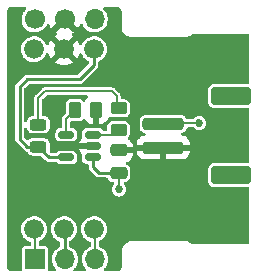
<source format=gbl>
G04 #@! TF.GenerationSoftware,KiCad,Pcbnew,(6.0.0-0)*
G04 #@! TF.CreationDate,2023-05-21T13:36:32-07:00*
G04 #@! TF.ProjectId,ItsyBitsy breadboard,49747379-4269-4747-9379-206272656164,0.0.0*
G04 #@! TF.SameCoordinates,Original*
G04 #@! TF.FileFunction,Copper,L2,Bot*
G04 #@! TF.FilePolarity,Positive*
%FSLAX46Y46*%
G04 Gerber Fmt 4.6, Leading zero omitted, Abs format (unit mm)*
G04 Created by KiCad (PCBNEW (6.0.0-0)) date 2023-05-21 13:36:32*
%MOMM*%
%LPD*%
G01*
G04 APERTURE LIST*
G04 Aperture macros list*
%AMRoundRect*
0 Rectangle with rounded corners*
0 $1 Rounding radius*
0 $2 $3 $4 $5 $6 $7 $8 $9 X,Y pos of 4 corners*
0 Add a 4 corners polygon primitive as box body*
4,1,4,$2,$3,$4,$5,$6,$7,$8,$9,$2,$3,0*
0 Add four circle primitives for the rounded corners*
1,1,$1+$1,$2,$3*
1,1,$1+$1,$4,$5*
1,1,$1+$1,$6,$7*
1,1,$1+$1,$8,$9*
0 Add four rect primitives between the rounded corners*
20,1,$1+$1,$2,$3,$4,$5,0*
20,1,$1+$1,$4,$5,$6,$7,0*
20,1,$1+$1,$6,$7,$8,$9,0*
20,1,$1+$1,$8,$9,$2,$3,0*%
G04 Aperture macros list end*
G04 #@! TA.AperFunction,ComponentPad*
%ADD10R,1.700000X1.700000*%
G04 #@! TD*
G04 #@! TA.AperFunction,ComponentPad*
%ADD11O,1.700000X1.700000*%
G04 #@! TD*
G04 #@! TA.AperFunction,ComponentPad*
%ADD12C,1.700000*%
G04 #@! TD*
G04 #@! TA.AperFunction,ComponentPad*
%ADD13C,1.676400*%
G04 #@! TD*
G04 #@! TA.AperFunction,SMDPad,CuDef*
%ADD14RoundRect,0.250000X-1.500000X0.250000X-1.500000X-0.250000X1.500000X-0.250000X1.500000X0.250000X0*%
G04 #@! TD*
G04 #@! TA.AperFunction,SMDPad,CuDef*
%ADD15RoundRect,0.250001X-1.449999X0.499999X-1.449999X-0.499999X1.449999X-0.499999X1.449999X0.499999X0*%
G04 #@! TD*
G04 #@! TA.AperFunction,SMDPad,CuDef*
%ADD16RoundRect,0.250000X0.475000X-0.250000X0.475000X0.250000X-0.475000X0.250000X-0.475000X-0.250000X0*%
G04 #@! TD*
G04 #@! TA.AperFunction,SMDPad,CuDef*
%ADD17RoundRect,0.243750X-0.456250X0.243750X-0.456250X-0.243750X0.456250X-0.243750X0.456250X0.243750X0*%
G04 #@! TD*
G04 #@! TA.AperFunction,SMDPad,CuDef*
%ADD18RoundRect,0.250000X-0.450000X0.262500X-0.450000X-0.262500X0.450000X-0.262500X0.450000X0.262500X0*%
G04 #@! TD*
G04 #@! TA.AperFunction,SMDPad,CuDef*
%ADD19RoundRect,0.250000X-0.262500X-0.450000X0.262500X-0.450000X0.262500X0.450000X-0.262500X0.450000X0*%
G04 #@! TD*
G04 #@! TA.AperFunction,SMDPad,CuDef*
%ADD20RoundRect,0.150000X0.512500X0.150000X-0.512500X0.150000X-0.512500X-0.150000X0.512500X-0.150000X0*%
G04 #@! TD*
G04 #@! TA.AperFunction,ViaPad*
%ADD21C,0.685800*%
G04 #@! TD*
G04 #@! TA.AperFunction,Conductor*
%ADD22C,0.152400*%
G04 #@! TD*
G04 #@! TA.AperFunction,Conductor*
%ADD23C,0.254000*%
G04 #@! TD*
G04 APERTURE END LIST*
D10*
X111775000Y-118110000D03*
D11*
X114315000Y-118110000D03*
X116855000Y-118110000D03*
D12*
X111755000Y-97790000D03*
X114295000Y-97790000D03*
D11*
X116835000Y-97790000D03*
D13*
X111696500Y-115570000D03*
X114236500Y-115570000D03*
X116776500Y-115570000D03*
X116776500Y-100330000D03*
X114236500Y-100330000D03*
X111696500Y-100330000D03*
D14*
X122650000Y-106655000D03*
X122650000Y-108655000D03*
D15*
X128400000Y-104305000D03*
X128400000Y-111005000D03*
D16*
X118868000Y-110805000D03*
X118868000Y-108905000D03*
D17*
X112068000Y-106717500D03*
X112068000Y-108592500D03*
D18*
X118868000Y-105342500D03*
X118868000Y-107167500D03*
D19*
X115161500Y-105481000D03*
X116986500Y-105481000D03*
D20*
X116703500Y-107579000D03*
X116703500Y-108529000D03*
X116703500Y-109479000D03*
X114428500Y-109479000D03*
X114428500Y-107579000D03*
D21*
X128270000Y-102235000D03*
X128270000Y-113665000D03*
X125700000Y-106600000D03*
X118900000Y-112200000D03*
D22*
X122705000Y-106600000D02*
X122650000Y-106655000D01*
X118900000Y-112200000D02*
X118900000Y-110837000D01*
X118900000Y-110837000D02*
X118868000Y-110805000D01*
D23*
X118868000Y-110805000D02*
X117205000Y-110805000D01*
X117205000Y-110805000D02*
X116703500Y-110303500D01*
D22*
X125700000Y-106600000D02*
X122705000Y-106600000D01*
D23*
X116703500Y-110303500D02*
X116703500Y-109479000D01*
D22*
X112600000Y-103900000D02*
X112068000Y-104432000D01*
X118868000Y-105342500D02*
X118700000Y-105174500D01*
X112068000Y-104432000D02*
X112068000Y-106717500D01*
X118700000Y-105174500D02*
X118700000Y-104300000D01*
X118700000Y-104300000D02*
X118300000Y-103900000D01*
X118300000Y-103900000D02*
X112600000Y-103900000D01*
X118456500Y-107579000D02*
X118868000Y-107167500D01*
X116703500Y-107579000D02*
X118456500Y-107579000D01*
X114428500Y-106214000D02*
X115161500Y-105481000D01*
X114428500Y-107579000D02*
X114428500Y-106214000D01*
D23*
X111125000Y-102870000D02*
X115570000Y-102870000D01*
X110490000Y-107950000D02*
X110490000Y-103505000D01*
X110490000Y-103505000D02*
X111125000Y-102870000D01*
X115570000Y-102870000D02*
X116776500Y-101663500D01*
X116776500Y-101663500D02*
X116776500Y-100330000D01*
X112060500Y-108585000D02*
X111125000Y-108585000D01*
X114428500Y-109479000D02*
X112954500Y-109479000D01*
X112954500Y-109479000D02*
X112068000Y-108592500D01*
X111125000Y-108585000D02*
X110490000Y-107950000D01*
X112068000Y-108592500D02*
X112060500Y-108585000D01*
D22*
X111760000Y-115570000D02*
X111760000Y-118110000D01*
D23*
X114300000Y-115570000D02*
X114300000Y-118110000D01*
D22*
X116840000Y-115570000D02*
X116840000Y-116772081D01*
X116840000Y-116772081D02*
X116840000Y-118110000D01*
G04 #@! TA.AperFunction,Conductor*
G36*
X110924999Y-96755258D02*
G01*
X110993097Y-96775336D01*
X111039530Y-96829044D01*
X111049555Y-96899329D01*
X111019990Y-96963877D01*
X111007936Y-96975990D01*
X110950392Y-97026455D01*
X110946817Y-97030990D01*
X110946816Y-97030991D01*
X110917722Y-97067897D01*
X110824720Y-97185869D01*
X110822031Y-97190980D01*
X110822029Y-97190983D01*
X110809073Y-97215609D01*
X110730203Y-97365515D01*
X110670007Y-97559378D01*
X110646148Y-97760964D01*
X110659424Y-97963522D01*
X110660845Y-97969118D01*
X110660846Y-97969123D01*
X110681119Y-98048945D01*
X110709392Y-98160269D01*
X110711809Y-98165512D01*
X110749010Y-98246208D01*
X110794377Y-98344616D01*
X110797710Y-98349332D01*
X110895131Y-98487180D01*
X110911533Y-98510389D01*
X111056938Y-98652035D01*
X111225720Y-98764812D01*
X111231023Y-98767090D01*
X111231026Y-98767092D01*
X111406921Y-98842662D01*
X111412228Y-98844942D01*
X111485244Y-98861464D01*
X111604579Y-98888467D01*
X111604584Y-98888468D01*
X111610216Y-98889742D01*
X111615987Y-98889969D01*
X111615989Y-98889969D01*
X111675756Y-98892317D01*
X111813053Y-98897712D01*
X111913499Y-98883148D01*
X112008231Y-98869413D01*
X112008236Y-98869412D01*
X112013945Y-98868584D01*
X112019409Y-98866729D01*
X112019414Y-98866728D01*
X112200693Y-98805192D01*
X112200698Y-98805190D01*
X112206165Y-98803334D01*
X112383276Y-98704147D01*
X112438542Y-98658183D01*
X112534913Y-98578031D01*
X112539345Y-98574345D01*
X112596463Y-98505669D01*
X112665453Y-98422718D01*
X112665455Y-98422715D01*
X112669147Y-98418276D01*
X112768334Y-98241165D01*
X112770720Y-98234135D01*
X112771170Y-98233496D01*
X112772541Y-98230416D01*
X112773146Y-98230685D01*
X112811553Y-98176059D01*
X112877305Y-98149278D01*
X112947098Y-98162295D01*
X112998773Y-98210980D01*
X113006777Y-98227229D01*
X113076770Y-98399603D01*
X113081413Y-98408794D01*
X113161460Y-98539420D01*
X113171916Y-98548880D01*
X113180694Y-98545096D01*
X114205905Y-97519885D01*
X114268217Y-97485859D01*
X114339032Y-97490924D01*
X114384095Y-97519885D01*
X115405474Y-98541264D01*
X115417484Y-98547823D01*
X115429223Y-98538855D01*
X115460004Y-98496019D01*
X115465315Y-98487180D01*
X115559670Y-98296267D01*
X115563469Y-98286672D01*
X115580066Y-98232047D01*
X115619007Y-98172683D01*
X115683862Y-98143796D01*
X115754038Y-98154558D01*
X115807256Y-98201551D01*
X115815048Y-98215922D01*
X115874377Y-98344616D01*
X115877710Y-98349332D01*
X115975131Y-98487180D01*
X115991533Y-98510389D01*
X116136938Y-98652035D01*
X116305720Y-98764812D01*
X116311023Y-98767090D01*
X116311026Y-98767092D01*
X116486921Y-98842662D01*
X116492228Y-98844942D01*
X116565244Y-98861464D01*
X116684579Y-98888467D01*
X116684584Y-98888468D01*
X116690216Y-98889742D01*
X116695987Y-98889969D01*
X116695989Y-98889969D01*
X116755756Y-98892317D01*
X116893053Y-98897712D01*
X116993499Y-98883148D01*
X117088231Y-98869413D01*
X117088236Y-98869412D01*
X117093945Y-98868584D01*
X117099409Y-98866729D01*
X117099414Y-98866728D01*
X117280693Y-98805192D01*
X117280698Y-98805190D01*
X117286165Y-98803334D01*
X117463276Y-98704147D01*
X117518542Y-98658183D01*
X117614913Y-98578031D01*
X117619345Y-98574345D01*
X117676463Y-98505669D01*
X117745453Y-98422718D01*
X117745455Y-98422715D01*
X117749147Y-98418276D01*
X117848334Y-98241165D01*
X117850190Y-98235698D01*
X117850192Y-98235693D01*
X117911728Y-98054414D01*
X117911729Y-98054409D01*
X117913584Y-98048945D01*
X117914412Y-98043236D01*
X117914413Y-98043231D01*
X117942179Y-97851727D01*
X117942712Y-97848053D01*
X117944232Y-97790000D01*
X117925658Y-97587859D01*
X117923770Y-97581165D01*
X117872125Y-97398046D01*
X117872124Y-97398044D01*
X117870557Y-97392487D01*
X117859978Y-97371033D01*
X117783331Y-97215609D01*
X117780776Y-97210428D01*
X117659320Y-97047779D01*
X117630420Y-97021064D01*
X117587431Y-96981325D01*
X117550986Y-96920397D01*
X117553267Y-96849437D01*
X117593550Y-96790975D01*
X117659045Y-96763572D01*
X117673099Y-96762801D01*
X118707506Y-96763957D01*
X118731943Y-96766378D01*
X118745000Y-96768975D01*
X118756918Y-96766604D01*
X118772594Y-96767632D01*
X118827163Y-96774816D01*
X118858934Y-96783329D01*
X118872202Y-96788824D01*
X118920174Y-96808695D01*
X118948659Y-96825141D01*
X119001247Y-96865493D01*
X119024506Y-96888752D01*
X119064858Y-96941340D01*
X119081304Y-96969825D01*
X119106670Y-97031063D01*
X119115183Y-97062836D01*
X119122367Y-97117405D01*
X119123395Y-97133081D01*
X119121024Y-97144999D01*
X119123445Y-97157169D01*
X119123579Y-97157843D01*
X119126000Y-97182424D01*
X119126000Y-98387575D01*
X119123579Y-98412153D01*
X119121024Y-98425000D01*
X119122361Y-98431722D01*
X119138863Y-98599274D01*
X119189697Y-98766851D01*
X119192613Y-98772306D01*
X119192614Y-98772309D01*
X119259200Y-98896883D01*
X119272247Y-98921292D01*
X119383341Y-99056659D01*
X119388120Y-99060581D01*
X119477164Y-99133658D01*
X119518708Y-99167753D01*
X119524166Y-99170670D01*
X119524167Y-99170671D01*
X119667691Y-99247386D01*
X119667694Y-99247387D01*
X119673149Y-99250303D01*
X119840726Y-99301137D01*
X120008278Y-99317639D01*
X120015000Y-99318976D01*
X120027847Y-99316421D01*
X120052425Y-99314000D01*
X124422575Y-99314000D01*
X124447153Y-99316421D01*
X124460000Y-99318976D01*
X124466722Y-99317639D01*
X124634274Y-99301137D01*
X124801851Y-99250303D01*
X124807306Y-99247387D01*
X124807309Y-99247386D01*
X124950833Y-99170671D01*
X124950834Y-99170670D01*
X124956292Y-99167753D01*
X125052738Y-99088601D01*
X125118085Y-99060847D01*
X125132672Y-99060000D01*
X129795001Y-99060000D01*
X129863122Y-99080002D01*
X129909615Y-99133658D01*
X129921001Y-99186000D01*
X129921001Y-103174500D01*
X129900999Y-103242621D01*
X129847343Y-103289114D01*
X129795001Y-103300500D01*
X126998681Y-103300501D01*
X126902246Y-103300501D01*
X126898852Y-103300870D01*
X126898846Y-103300870D01*
X126848411Y-103306348D01*
X126848407Y-103306349D01*
X126840553Y-103307202D01*
X126705236Y-103357929D01*
X126698057Y-103363309D01*
X126698054Y-103363311D01*
X126610023Y-103429287D01*
X126589596Y-103444596D01*
X126577737Y-103460420D01*
X126508311Y-103553054D01*
X126508309Y-103553057D01*
X126502929Y-103560236D01*
X126499779Y-103568639D01*
X126468827Y-103651206D01*
X126452202Y-103695553D01*
X126445500Y-103757245D01*
X126445501Y-104852754D01*
X126452202Y-104914447D01*
X126502929Y-105049764D01*
X126508309Y-105056943D01*
X126508311Y-105056946D01*
X126574287Y-105144977D01*
X126589596Y-105165404D01*
X126596776Y-105170785D01*
X126698054Y-105246689D01*
X126698057Y-105246691D01*
X126705236Y-105252071D01*
X126713639Y-105255221D01*
X126833158Y-105300026D01*
X126833159Y-105300026D01*
X126840553Y-105302798D01*
X126848403Y-105303651D01*
X126848404Y-105303651D01*
X126878993Y-105306974D01*
X126902245Y-105309500D01*
X126998653Y-105309500D01*
X129795001Y-105309499D01*
X129863122Y-105329501D01*
X129909615Y-105383157D01*
X129921001Y-105435499D01*
X129921001Y-109874500D01*
X129900999Y-109942621D01*
X129847343Y-109989114D01*
X129795001Y-110000500D01*
X126998681Y-110000501D01*
X126902246Y-110000501D01*
X126898852Y-110000870D01*
X126898846Y-110000870D01*
X126848411Y-110006348D01*
X126848407Y-110006349D01*
X126840553Y-110007202D01*
X126705236Y-110057929D01*
X126698057Y-110063309D01*
X126698054Y-110063311D01*
X126631334Y-110113315D01*
X126589596Y-110144596D01*
X126584215Y-110151776D01*
X126508311Y-110253054D01*
X126508309Y-110253057D01*
X126502929Y-110260236D01*
X126499779Y-110268639D01*
X126466553Y-110357272D01*
X126452202Y-110395553D01*
X126445500Y-110457245D01*
X126445501Y-111552754D01*
X126445870Y-111556148D01*
X126445870Y-111556154D01*
X126448786Y-111582996D01*
X126452202Y-111614447D01*
X126502929Y-111749764D01*
X126508309Y-111756943D01*
X126508311Y-111756946D01*
X126525950Y-111780481D01*
X126589596Y-111865404D01*
X126596776Y-111870785D01*
X126698054Y-111946689D01*
X126698057Y-111946691D01*
X126705236Y-111952071D01*
X126713639Y-111955221D01*
X126833158Y-112000026D01*
X126833159Y-112000026D01*
X126840553Y-112002798D01*
X126848403Y-112003651D01*
X126848404Y-112003651D01*
X126878993Y-112006974D01*
X126902245Y-112009500D01*
X126998653Y-112009500D01*
X129795001Y-112009499D01*
X129863122Y-112029501D01*
X129909615Y-112083157D01*
X129921001Y-112135499D01*
X129921001Y-116714000D01*
X129900999Y-116782121D01*
X129847343Y-116828614D01*
X129795001Y-116840000D01*
X125132672Y-116840000D01*
X125064551Y-116819998D01*
X125052738Y-116811399D01*
X125017063Y-116782121D01*
X124956292Y-116732247D01*
X124922154Y-116714000D01*
X124807309Y-116652614D01*
X124807306Y-116652613D01*
X124801851Y-116649697D01*
X124634274Y-116598863D01*
X124466722Y-116582361D01*
X124460000Y-116581024D01*
X124447153Y-116583579D01*
X124422575Y-116586000D01*
X120052425Y-116586000D01*
X120027847Y-116583579D01*
X120015000Y-116581024D01*
X120008278Y-116582361D01*
X119840726Y-116598863D01*
X119673149Y-116649697D01*
X119667694Y-116652613D01*
X119667691Y-116652614D01*
X119552846Y-116714000D01*
X119518708Y-116732247D01*
X119383341Y-116843341D01*
X119272247Y-116978708D01*
X119269330Y-116984166D01*
X119269329Y-116984167D01*
X119207963Y-117098976D01*
X119189697Y-117133149D01*
X119138863Y-117300726D01*
X119122361Y-117468278D01*
X119121024Y-117475000D01*
X119123445Y-117487170D01*
X119123579Y-117487844D01*
X119126000Y-117512425D01*
X119126000Y-118707575D01*
X119123579Y-118732153D01*
X119121024Y-118745000D01*
X119123395Y-118756918D01*
X119122367Y-118772594D01*
X119115183Y-118827163D01*
X119106670Y-118858936D01*
X119081304Y-118920174D01*
X119064858Y-118948659D01*
X119024506Y-119001247D01*
X119001247Y-119024506D01*
X118948659Y-119064858D01*
X118920174Y-119081304D01*
X118911705Y-119084812D01*
X118858934Y-119106670D01*
X118827163Y-119115183D01*
X118772594Y-119122367D01*
X118756918Y-119123395D01*
X118745000Y-119121024D01*
X118732828Y-119123445D01*
X118732827Y-119123445D01*
X118731731Y-119123663D01*
X118707437Y-119126083D01*
X117771995Y-119128175D01*
X117706848Y-119128321D01*
X117638683Y-119108471D01*
X117592070Y-119054920D01*
X117581809Y-118984668D01*
X117611157Y-118920022D01*
X117625998Y-118905446D01*
X117634909Y-118898035D01*
X117634913Y-118898031D01*
X117639345Y-118894345D01*
X117696463Y-118825669D01*
X117765453Y-118742718D01*
X117765455Y-118742715D01*
X117769147Y-118738276D01*
X117868334Y-118561165D01*
X117870190Y-118555698D01*
X117870192Y-118555693D01*
X117931728Y-118374414D01*
X117931729Y-118374409D01*
X117933584Y-118368945D01*
X117934412Y-118363236D01*
X117934413Y-118363231D01*
X117962179Y-118171727D01*
X117962712Y-118168053D01*
X117964232Y-118110000D01*
X117948992Y-117944146D01*
X117946187Y-117913613D01*
X117946186Y-117913610D01*
X117945658Y-117907859D01*
X117944090Y-117902299D01*
X117892125Y-117718046D01*
X117892124Y-117718044D01*
X117890557Y-117712487D01*
X117882667Y-117696486D01*
X117803331Y-117535609D01*
X117800776Y-117530428D01*
X117787333Y-117512425D01*
X117682777Y-117372409D01*
X117679320Y-117367779D01*
X117530258Y-117229987D01*
X117525375Y-117226906D01*
X117525371Y-117226903D01*
X117363464Y-117124748D01*
X117358581Y-117121667D01*
X117250009Y-117078351D01*
X117194151Y-117034532D01*
X117170700Y-116961322D01*
X117170700Y-116675559D01*
X117190702Y-116607438D01*
X117235134Y-116565625D01*
X117393024Y-116477202D01*
X117398063Y-116474380D01*
X117456193Y-116426035D01*
X117548034Y-116349652D01*
X117552466Y-116345966D01*
X117680880Y-116191563D01*
X117779007Y-116016345D01*
X117843560Y-115826179D01*
X117872377Y-115627432D01*
X117873881Y-115570000D01*
X117855505Y-115370018D01*
X117800993Y-115176734D01*
X117790556Y-115155568D01*
X117714726Y-115001801D01*
X117712171Y-114996620D01*
X117697847Y-114977437D01*
X117595466Y-114840333D01*
X117595465Y-114840332D01*
X117592013Y-114835709D01*
X117444543Y-114699389D01*
X117274701Y-114592226D01*
X117088173Y-114517809D01*
X116959706Y-114492256D01*
X116896875Y-114479758D01*
X116896873Y-114479758D01*
X116891208Y-114478631D01*
X116885433Y-114478555D01*
X116885429Y-114478555D01*
X116785018Y-114477241D01*
X116690400Y-114476002D01*
X116684703Y-114476981D01*
X116684702Y-114476981D01*
X116498174Y-114509032D01*
X116498173Y-114509032D01*
X116492477Y-114510011D01*
X116304065Y-114579520D01*
X116299104Y-114582472D01*
X116299103Y-114582472D01*
X116136444Y-114679244D01*
X116136441Y-114679246D01*
X116131476Y-114682200D01*
X115980488Y-114814613D01*
X115856159Y-114972323D01*
X115853470Y-114977434D01*
X115853468Y-114977437D01*
X115840650Y-115001801D01*
X115762652Y-115150050D01*
X115703099Y-115341842D01*
X115679495Y-115541274D01*
X115692630Y-115741668D01*
X115742063Y-115936313D01*
X115826140Y-116118690D01*
X115829473Y-116123406D01*
X115880777Y-116195999D01*
X115942045Y-116282692D01*
X116085896Y-116422825D01*
X116252875Y-116534397D01*
X116258178Y-116536675D01*
X116258181Y-116536677D01*
X116433038Y-116611801D01*
X116487731Y-116657069D01*
X116509300Y-116727569D01*
X116509300Y-116972369D01*
X116489298Y-117040490D01*
X116435642Y-117086983D01*
X116426912Y-117090581D01*
X116377463Y-117108824D01*
X116203010Y-117212612D01*
X116198670Y-117216418D01*
X116198666Y-117216421D01*
X116095506Y-117306891D01*
X116050392Y-117346455D01*
X115924720Y-117505869D01*
X115922031Y-117510980D01*
X115922029Y-117510983D01*
X115909073Y-117535609D01*
X115830203Y-117685515D01*
X115770007Y-117879378D01*
X115746148Y-118080964D01*
X115759424Y-118283522D01*
X115760845Y-118289118D01*
X115760846Y-118289123D01*
X115781119Y-118368945D01*
X115809392Y-118480269D01*
X115811809Y-118485512D01*
X115849010Y-118566208D01*
X115894377Y-118664616D01*
X115897710Y-118669332D01*
X115988415Y-118797677D01*
X116011533Y-118830389D01*
X116015675Y-118834424D01*
X116099270Y-118915858D01*
X116134108Y-118977719D01*
X116129971Y-119048595D01*
X116088172Y-119105983D01*
X116021982Y-119131663D01*
X116011642Y-119132112D01*
X115160000Y-119134016D01*
X115091835Y-119114166D01*
X115045223Y-119060614D01*
X115034962Y-118990363D01*
X115064310Y-118925717D01*
X115079149Y-118911142D01*
X115094912Y-118898032D01*
X115094913Y-118898031D01*
X115099345Y-118894345D01*
X115156463Y-118825669D01*
X115225453Y-118742718D01*
X115225455Y-118742715D01*
X115229147Y-118738276D01*
X115328334Y-118561165D01*
X115330190Y-118555698D01*
X115330192Y-118555693D01*
X115391728Y-118374414D01*
X115391729Y-118374409D01*
X115393584Y-118368945D01*
X115394412Y-118363236D01*
X115394413Y-118363231D01*
X115422179Y-118171727D01*
X115422712Y-118168053D01*
X115424232Y-118110000D01*
X115408992Y-117944146D01*
X115406187Y-117913613D01*
X115406186Y-117913610D01*
X115405658Y-117907859D01*
X115404090Y-117902299D01*
X115352125Y-117718046D01*
X115352124Y-117718044D01*
X115350557Y-117712487D01*
X115342667Y-117696486D01*
X115263331Y-117535609D01*
X115260776Y-117530428D01*
X115247333Y-117512425D01*
X115142777Y-117372409D01*
X115139320Y-117367779D01*
X114990258Y-117229987D01*
X114985375Y-117226906D01*
X114985371Y-117226903D01*
X114823464Y-117124748D01*
X114818581Y-117121667D01*
X114760809Y-117098618D01*
X114704951Y-117054799D01*
X114681500Y-116981589D01*
X114681500Y-116647109D01*
X114701502Y-116578988D01*
X114745930Y-116537177D01*
X114858063Y-116474380D01*
X114916193Y-116426035D01*
X115008034Y-116349652D01*
X115012466Y-116345966D01*
X115140880Y-116191563D01*
X115239007Y-116016345D01*
X115303560Y-115826179D01*
X115332377Y-115627432D01*
X115333881Y-115570000D01*
X115315505Y-115370018D01*
X115260993Y-115176734D01*
X115250556Y-115155568D01*
X115174726Y-115001801D01*
X115172171Y-114996620D01*
X115157847Y-114977437D01*
X115055466Y-114840333D01*
X115055465Y-114840332D01*
X115052013Y-114835709D01*
X114904543Y-114699389D01*
X114734701Y-114592226D01*
X114548173Y-114517809D01*
X114419706Y-114492256D01*
X114356875Y-114479758D01*
X114356873Y-114479758D01*
X114351208Y-114478631D01*
X114345433Y-114478555D01*
X114345429Y-114478555D01*
X114245018Y-114477241D01*
X114150400Y-114476002D01*
X114144703Y-114476981D01*
X114144702Y-114476981D01*
X113958174Y-114509032D01*
X113958173Y-114509032D01*
X113952477Y-114510011D01*
X113764065Y-114579520D01*
X113759104Y-114582472D01*
X113759103Y-114582472D01*
X113596444Y-114679244D01*
X113596441Y-114679246D01*
X113591476Y-114682200D01*
X113440488Y-114814613D01*
X113316159Y-114972323D01*
X113313470Y-114977434D01*
X113313468Y-114977437D01*
X113300650Y-115001801D01*
X113222652Y-115150050D01*
X113163099Y-115341842D01*
X113139495Y-115541274D01*
X113152630Y-115741668D01*
X113202063Y-115936313D01*
X113286140Y-116118690D01*
X113289473Y-116123406D01*
X113340777Y-116195999D01*
X113402045Y-116282692D01*
X113545896Y-116422825D01*
X113712875Y-116534397D01*
X113718174Y-116536674D01*
X113718184Y-116536679D01*
X113842237Y-116589975D01*
X113896930Y-116635243D01*
X113918500Y-116705743D01*
X113918500Y-116991257D01*
X113898498Y-117059378D01*
X113846745Y-117104983D01*
X113842888Y-117106823D01*
X113837463Y-117108824D01*
X113832496Y-117111779D01*
X113832492Y-117111781D01*
X113776582Y-117145044D01*
X113663010Y-117212612D01*
X113658670Y-117216418D01*
X113658666Y-117216421D01*
X113555506Y-117306891D01*
X113510392Y-117346455D01*
X113384720Y-117505869D01*
X113382031Y-117510980D01*
X113382029Y-117510983D01*
X113369073Y-117535609D01*
X113290203Y-117685515D01*
X113230007Y-117879378D01*
X113206148Y-118080964D01*
X113219424Y-118283522D01*
X113220845Y-118289118D01*
X113220846Y-118289123D01*
X113241119Y-118368945D01*
X113269392Y-118480269D01*
X113271809Y-118485512D01*
X113309010Y-118566208D01*
X113354377Y-118664616D01*
X113357710Y-118669332D01*
X113448415Y-118797677D01*
X113471533Y-118830389D01*
X113565088Y-118921525D01*
X113599924Y-118983384D01*
X113595787Y-119054260D01*
X113553989Y-119111648D01*
X113487799Y-119137327D01*
X113477447Y-119137777D01*
X113198138Y-119138402D01*
X113002726Y-119138839D01*
X112934561Y-119118989D01*
X112887948Y-119065438D01*
X112879958Y-118997522D01*
X112877686Y-118997298D01*
X112878293Y-118991135D01*
X112879500Y-118985067D01*
X112879499Y-117234934D01*
X112864734Y-117160699D01*
X112846326Y-117133149D01*
X112815377Y-117086832D01*
X112808484Y-117076516D01*
X112724301Y-117020266D01*
X112650067Y-117005500D01*
X112216700Y-117005500D01*
X112148579Y-116985498D01*
X112102086Y-116931842D01*
X112090700Y-116879500D01*
X112090700Y-116675559D01*
X112110702Y-116607438D01*
X112155134Y-116565625D01*
X112313024Y-116477202D01*
X112318063Y-116474380D01*
X112376193Y-116426035D01*
X112468034Y-116349652D01*
X112472466Y-116345966D01*
X112600880Y-116191563D01*
X112699007Y-116016345D01*
X112763560Y-115826179D01*
X112792377Y-115627432D01*
X112793881Y-115570000D01*
X112775505Y-115370018D01*
X112720993Y-115176734D01*
X112710556Y-115155568D01*
X112634726Y-115001801D01*
X112632171Y-114996620D01*
X112617847Y-114977437D01*
X112515466Y-114840333D01*
X112515465Y-114840332D01*
X112512013Y-114835709D01*
X112364543Y-114699389D01*
X112194701Y-114592226D01*
X112008173Y-114517809D01*
X111879706Y-114492256D01*
X111816875Y-114479758D01*
X111816873Y-114479758D01*
X111811208Y-114478631D01*
X111805433Y-114478555D01*
X111805429Y-114478555D01*
X111705018Y-114477241D01*
X111610400Y-114476002D01*
X111604703Y-114476981D01*
X111604702Y-114476981D01*
X111418174Y-114509032D01*
X111418173Y-114509032D01*
X111412477Y-114510011D01*
X111224065Y-114579520D01*
X111219104Y-114582472D01*
X111219103Y-114582472D01*
X111056444Y-114679244D01*
X111056441Y-114679246D01*
X111051476Y-114682200D01*
X110900488Y-114814613D01*
X110776159Y-114972323D01*
X110773470Y-114977434D01*
X110773468Y-114977437D01*
X110760650Y-115001801D01*
X110682652Y-115150050D01*
X110623099Y-115341842D01*
X110599495Y-115541274D01*
X110612630Y-115741668D01*
X110662063Y-115936313D01*
X110746140Y-116118690D01*
X110749473Y-116123406D01*
X110800777Y-116195999D01*
X110862045Y-116282692D01*
X111005896Y-116422825D01*
X111172875Y-116534397D01*
X111178178Y-116536675D01*
X111178181Y-116536677D01*
X111353038Y-116611801D01*
X111407731Y-116657069D01*
X111429300Y-116727569D01*
X111429300Y-116879501D01*
X111409298Y-116947622D01*
X111355642Y-116994115D01*
X111303300Y-117005501D01*
X110899934Y-117005501D01*
X110864182Y-117012612D01*
X110837874Y-117017844D01*
X110837872Y-117017845D01*
X110825699Y-117020266D01*
X110815379Y-117027161D01*
X110815378Y-117027162D01*
X110765955Y-117060186D01*
X110741516Y-117076516D01*
X110685266Y-117160699D01*
X110670500Y-117234933D01*
X110670501Y-118985066D01*
X110671709Y-118991139D01*
X110671709Y-118991140D01*
X110672228Y-118993751D01*
X110672103Y-118995144D01*
X110672315Y-118997294D01*
X110671907Y-118997334D01*
X110665896Y-119064465D01*
X110622338Y-119120529D01*
X110548930Y-119144325D01*
X109837284Y-119145916D01*
X109812424Y-119143495D01*
X109812173Y-119143445D01*
X109812172Y-119143445D01*
X109800000Y-119141024D01*
X109788082Y-119143395D01*
X109772406Y-119142367D01*
X109717837Y-119135183D01*
X109686066Y-119126670D01*
X109636122Y-119105983D01*
X109624826Y-119101304D01*
X109596341Y-119084858D01*
X109543753Y-119044506D01*
X109520494Y-119021247D01*
X109480142Y-118968659D01*
X109463696Y-118940174D01*
X109438330Y-118878936D01*
X109429817Y-118847163D01*
X109422633Y-118792594D01*
X109421605Y-118776918D01*
X109423976Y-118765000D01*
X109421421Y-118752153D01*
X109419000Y-118727575D01*
X109419000Y-107931780D01*
X110103655Y-107931780D01*
X110104879Y-107942120D01*
X110107627Y-107965342D01*
X110107979Y-107971320D01*
X110108072Y-107971312D01*
X110108500Y-107976490D01*
X110108500Y-107981692D01*
X110110941Y-107996354D01*
X110111686Y-108000832D01*
X110112522Y-108006704D01*
X110118582Y-108057907D01*
X110122567Y-108066206D01*
X110124078Y-108075283D01*
X110148558Y-108120651D01*
X110151239Y-108125914D01*
X110170127Y-108165250D01*
X110170130Y-108165254D01*
X110173560Y-108172398D01*
X110177170Y-108176692D01*
X110179102Y-108178624D01*
X110180889Y-108180573D01*
X110180918Y-108180626D01*
X110180788Y-108180745D01*
X110181289Y-108181313D01*
X110184388Y-108187057D01*
X110192033Y-108194124D01*
X110224209Y-108223867D01*
X110227775Y-108227297D01*
X110816954Y-108816476D01*
X110832318Y-108835499D01*
X110833282Y-108836558D01*
X110838929Y-108845304D01*
X110847108Y-108851752D01*
X110847110Y-108851754D01*
X110865477Y-108866234D01*
X110869950Y-108870209D01*
X110870011Y-108870137D01*
X110873968Y-108873490D01*
X110877649Y-108877171D01*
X110891140Y-108886812D01*
X110893439Y-108888455D01*
X110898185Y-108892018D01*
X110938670Y-108923934D01*
X110947355Y-108926984D01*
X110954843Y-108932335D01*
X111004250Y-108947110D01*
X111009837Y-108948926D01*
X111058502Y-108966016D01*
X111064091Y-108966500D01*
X111065474Y-108966500D01*
X111066654Y-108966754D01*
X111129039Y-109000646D01*
X111158115Y-109045700D01*
X111170217Y-109077982D01*
X111175601Y-109085165D01*
X111175601Y-109085166D01*
X111250429Y-109185008D01*
X111255811Y-109192189D01*
X111262992Y-109197571D01*
X111311275Y-109233757D01*
X111370018Y-109277783D01*
X111378426Y-109280935D01*
X111496260Y-109325108D01*
X111496262Y-109325109D01*
X111503658Y-109327881D01*
X111564585Y-109334500D01*
X111607961Y-109334500D01*
X112218286Y-109334499D01*
X112286407Y-109354501D01*
X112307382Y-109371404D01*
X112646460Y-109710483D01*
X112661814Y-109729494D01*
X112662780Y-109730556D01*
X112668429Y-109739304D01*
X112676604Y-109745748D01*
X112676606Y-109745751D01*
X112694972Y-109760229D01*
X112699450Y-109764208D01*
X112699510Y-109764137D01*
X112703467Y-109767490D01*
X112707148Y-109771171D01*
X112711380Y-109774195D01*
X112711382Y-109774197D01*
X112722957Y-109782469D01*
X112727702Y-109786032D01*
X112768170Y-109817934D01*
X112776855Y-109820984D01*
X112784342Y-109826334D01*
X112833747Y-109841109D01*
X112839342Y-109842927D01*
X112888002Y-109860016D01*
X112893591Y-109860500D01*
X112896304Y-109860500D01*
X112898969Y-109860615D01*
X112899032Y-109860634D01*
X112899025Y-109860808D01*
X112899771Y-109860855D01*
X112906024Y-109862725D01*
X112955883Y-109860766D01*
X112960178Y-109860597D01*
X112965125Y-109860500D01*
X113523261Y-109860500D01*
X113591382Y-109880502D01*
X113612356Y-109897405D01*
X113675277Y-109960326D01*
X113789445Y-110018498D01*
X113884166Y-110033500D01*
X114972834Y-110033500D01*
X115067555Y-110018498D01*
X115181723Y-109960326D01*
X115272326Y-109869723D01*
X115330498Y-109755555D01*
X115345500Y-109660834D01*
X115345500Y-109297166D01*
X115330498Y-109202445D01*
X115272326Y-109088277D01*
X115181723Y-108997674D01*
X115067555Y-108939502D01*
X114972834Y-108924500D01*
X113884166Y-108924500D01*
X113789445Y-108939502D01*
X113675277Y-108997674D01*
X113612356Y-109060595D01*
X113550044Y-109094621D01*
X113523261Y-109097500D01*
X113164712Y-109097500D01*
X113096591Y-109077498D01*
X113075617Y-109060595D01*
X113053031Y-109038009D01*
X113019005Y-108975697D01*
X113016863Y-108935306D01*
X113022131Y-108886812D01*
X113022131Y-108886811D01*
X113022500Y-108883415D01*
X113022500Y-108794871D01*
X115539456Y-108794871D01*
X115580107Y-108934790D01*
X115586352Y-108949221D01*
X115662911Y-109078678D01*
X115672551Y-109091104D01*
X115753697Y-109172250D01*
X115787723Y-109234562D01*
X115789051Y-109281051D01*
X115787275Y-109292264D01*
X115787274Y-109292281D01*
X115786500Y-109297166D01*
X115786500Y-109660834D01*
X115801502Y-109755555D01*
X115859674Y-109869723D01*
X115950277Y-109960326D01*
X116064445Y-110018498D01*
X116159166Y-110033500D01*
X116196000Y-110033500D01*
X116264121Y-110053502D01*
X116310614Y-110107158D01*
X116322000Y-110159500D01*
X116322000Y-110249365D01*
X116319414Y-110273664D01*
X116319346Y-110275102D01*
X116317155Y-110285280D01*
X116318379Y-110295620D01*
X116321127Y-110318842D01*
X116321479Y-110324820D01*
X116321572Y-110324812D01*
X116322000Y-110329990D01*
X116322000Y-110335192D01*
X116322854Y-110340322D01*
X116325186Y-110354332D01*
X116326023Y-110360211D01*
X116330206Y-110395553D01*
X116332082Y-110411407D01*
X116336067Y-110419706D01*
X116337578Y-110428783D01*
X116362058Y-110474151D01*
X116364739Y-110479414D01*
X116383627Y-110518750D01*
X116383630Y-110518754D01*
X116387060Y-110525898D01*
X116390670Y-110530192D01*
X116392602Y-110532124D01*
X116394389Y-110534073D01*
X116394418Y-110534126D01*
X116394288Y-110534245D01*
X116394789Y-110534813D01*
X116397888Y-110540557D01*
X116405533Y-110547624D01*
X116437695Y-110577354D01*
X116441262Y-110580784D01*
X116896960Y-111036483D01*
X116912314Y-111055494D01*
X116913280Y-111056556D01*
X116918929Y-111065304D01*
X116927104Y-111071748D01*
X116927106Y-111071751D01*
X116945472Y-111086229D01*
X116949950Y-111090208D01*
X116950010Y-111090137D01*
X116953967Y-111093490D01*
X116957648Y-111097171D01*
X116961880Y-111100195D01*
X116961882Y-111100197D01*
X116973457Y-111108469D01*
X116978202Y-111112032D01*
X117018670Y-111143934D01*
X117027355Y-111146984D01*
X117034842Y-111152334D01*
X117084247Y-111167109D01*
X117089842Y-111168927D01*
X117138502Y-111186016D01*
X117144091Y-111186500D01*
X117146804Y-111186500D01*
X117149469Y-111186615D01*
X117149532Y-111186634D01*
X117149525Y-111186808D01*
X117150271Y-111186855D01*
X117156524Y-111188725D01*
X117206383Y-111186766D01*
X117210678Y-111186597D01*
X117215625Y-111186500D01*
X117816141Y-111186500D01*
X117884262Y-111206502D01*
X117930755Y-111260158D01*
X117934123Y-111268271D01*
X117945929Y-111299764D01*
X117951309Y-111306943D01*
X117951311Y-111306946D01*
X118017287Y-111394977D01*
X118032596Y-111415404D01*
X118039776Y-111420785D01*
X118141054Y-111496689D01*
X118141057Y-111496691D01*
X118148236Y-111502071D01*
X118237954Y-111535704D01*
X118276157Y-111550026D01*
X118276159Y-111550026D01*
X118283552Y-111552798D01*
X118291402Y-111553651D01*
X118291403Y-111553651D01*
X118336941Y-111558598D01*
X118345244Y-111559500D01*
X118385692Y-111559500D01*
X118453813Y-111579502D01*
X118500306Y-111633158D01*
X118510410Y-111703432D01*
X118480916Y-111768012D01*
X118479105Y-111769957D01*
X118473929Y-111773929D01*
X118378172Y-111898723D01*
X118317977Y-112044047D01*
X118297445Y-112200000D01*
X118317977Y-112355953D01*
X118378172Y-112501277D01*
X118473929Y-112626071D01*
X118598722Y-112721828D01*
X118744047Y-112782023D01*
X118900000Y-112802555D01*
X119055953Y-112782023D01*
X119201278Y-112721828D01*
X119326071Y-112626071D01*
X119421828Y-112501277D01*
X119482023Y-112355953D01*
X119502555Y-112200000D01*
X119482023Y-112044047D01*
X119421828Y-111898723D01*
X119326071Y-111773929D01*
X119322689Y-111771334D01*
X119289549Y-111710649D01*
X119294612Y-111639833D01*
X119337156Y-111582996D01*
X119399060Y-111558598D01*
X119444598Y-111553651D01*
X119444600Y-111553651D01*
X119452448Y-111552798D01*
X119459841Y-111550026D01*
X119459843Y-111550026D01*
X119498046Y-111535704D01*
X119587764Y-111502071D01*
X119594943Y-111496691D01*
X119594946Y-111496689D01*
X119696224Y-111420785D01*
X119703404Y-111415404D01*
X119718713Y-111394977D01*
X119784689Y-111306946D01*
X119784691Y-111306943D01*
X119790071Y-111299764D01*
X119831697Y-111188725D01*
X119838026Y-111171843D01*
X119838026Y-111171841D01*
X119840798Y-111164448D01*
X119842280Y-111150811D01*
X119847131Y-111106153D01*
X119847131Y-111106152D01*
X119847500Y-111102756D01*
X119847500Y-110507244D01*
X119843902Y-110474122D01*
X119841651Y-110453403D01*
X119841651Y-110453402D01*
X119840798Y-110445552D01*
X119832417Y-110423194D01*
X119818696Y-110386595D01*
X119790071Y-110310236D01*
X119784691Y-110303057D01*
X119784689Y-110303054D01*
X119708785Y-110201776D01*
X119703404Y-110194596D01*
X119587764Y-110107929D01*
X119579355Y-110104777D01*
X119572126Y-110100819D01*
X119521979Y-110050562D01*
X119506964Y-109981171D01*
X119531848Y-109914678D01*
X119592757Y-109870774D01*
X119659784Y-109848412D01*
X119672962Y-109842239D01*
X119810807Y-109756937D01*
X119822208Y-109747901D01*
X119936739Y-109633171D01*
X119945751Y-109621760D01*
X120030816Y-109483757D01*
X120036963Y-109470576D01*
X120088138Y-109316290D01*
X120091005Y-109302914D01*
X120100672Y-109208562D01*
X120101000Y-109202146D01*
X120101000Y-109177115D01*
X120096525Y-109161876D01*
X120095135Y-109160671D01*
X120087452Y-109159000D01*
X118740000Y-109159000D01*
X118671879Y-109138998D01*
X118625386Y-109085342D01*
X118614000Y-109033000D01*
X118614000Y-108952095D01*
X120392001Y-108952095D01*
X120392338Y-108958614D01*
X120402257Y-109054206D01*
X120405149Y-109067600D01*
X120456588Y-109221784D01*
X120462761Y-109234962D01*
X120548063Y-109372807D01*
X120557099Y-109384208D01*
X120671829Y-109498739D01*
X120683240Y-109507751D01*
X120821243Y-109592816D01*
X120834424Y-109598963D01*
X120988710Y-109650138D01*
X121002086Y-109653005D01*
X121096438Y-109662672D01*
X121102854Y-109663000D01*
X122377885Y-109663000D01*
X122393124Y-109658525D01*
X122394329Y-109657135D01*
X122396000Y-109649452D01*
X122396000Y-109644884D01*
X122904000Y-109644884D01*
X122908475Y-109660123D01*
X122909865Y-109661328D01*
X122917548Y-109662999D01*
X124197095Y-109662999D01*
X124203614Y-109662662D01*
X124299206Y-109652743D01*
X124312600Y-109649851D01*
X124466784Y-109598412D01*
X124479962Y-109592239D01*
X124617807Y-109506937D01*
X124629208Y-109497901D01*
X124743739Y-109383171D01*
X124752751Y-109371760D01*
X124837816Y-109233757D01*
X124843963Y-109220576D01*
X124895138Y-109066290D01*
X124898005Y-109052914D01*
X124907672Y-108958562D01*
X124908000Y-108952146D01*
X124908000Y-108927115D01*
X124903525Y-108911876D01*
X124902135Y-108910671D01*
X124894452Y-108909000D01*
X122922115Y-108909000D01*
X122906876Y-108913475D01*
X122905671Y-108914865D01*
X122904000Y-108922548D01*
X122904000Y-109644884D01*
X122396000Y-109644884D01*
X122396000Y-108927115D01*
X122391525Y-108911876D01*
X122390135Y-108910671D01*
X122382452Y-108909000D01*
X120410116Y-108909000D01*
X120394877Y-108913475D01*
X120393672Y-108914865D01*
X120392001Y-108922548D01*
X120392001Y-108952095D01*
X118614000Y-108952095D01*
X118614000Y-108777000D01*
X118634002Y-108708879D01*
X118687658Y-108662386D01*
X118740000Y-108651000D01*
X120082884Y-108651000D01*
X120098123Y-108646525D01*
X120099328Y-108645135D01*
X120100999Y-108637452D01*
X120100999Y-108607905D01*
X120100662Y-108601386D01*
X120090743Y-108505794D01*
X120087851Y-108492400D01*
X120051315Y-108382885D01*
X120392000Y-108382885D01*
X120396475Y-108398124D01*
X120397865Y-108399329D01*
X120405548Y-108401000D01*
X124889884Y-108401000D01*
X124905123Y-108396525D01*
X124906328Y-108395135D01*
X124907999Y-108387452D01*
X124907999Y-108357905D01*
X124907662Y-108351386D01*
X124897743Y-108255794D01*
X124894851Y-108242400D01*
X124843412Y-108088216D01*
X124837239Y-108075038D01*
X124751937Y-107937193D01*
X124742901Y-107925792D01*
X124628171Y-107811261D01*
X124616760Y-107802249D01*
X124478757Y-107717184D01*
X124465576Y-107711037D01*
X124311290Y-107659862D01*
X124297914Y-107656995D01*
X124261015Y-107653214D01*
X124195288Y-107626372D01*
X124154506Y-107568257D01*
X124151618Y-107497319D01*
X124187540Y-107436081D01*
X124244712Y-107405287D01*
X124251591Y-107403652D01*
X124259448Y-107402798D01*
X124266846Y-107400025D01*
X124266849Y-107400024D01*
X124326434Y-107377686D01*
X124394764Y-107352071D01*
X124401943Y-107346691D01*
X124401946Y-107346689D01*
X124503224Y-107270785D01*
X124510404Y-107265404D01*
X124538213Y-107228298D01*
X124591689Y-107156946D01*
X124591691Y-107156943D01*
X124597071Y-107149764D01*
X124647798Y-107014448D01*
X124650563Y-107015485D01*
X124678882Y-106965910D01*
X124741836Y-106933088D01*
X124766250Y-106930700D01*
X125138613Y-106930700D01*
X125206734Y-106950702D01*
X125238574Y-106979996D01*
X125273929Y-107026071D01*
X125280479Y-107031097D01*
X125280480Y-107031098D01*
X125297298Y-107044003D01*
X125398722Y-107121828D01*
X125544047Y-107182023D01*
X125700000Y-107202555D01*
X125855953Y-107182023D01*
X126001278Y-107121828D01*
X126126071Y-107026071D01*
X126221828Y-106901277D01*
X126282023Y-106755953D01*
X126302555Y-106600000D01*
X126282023Y-106444047D01*
X126221828Y-106298723D01*
X126126071Y-106173929D01*
X126001278Y-106078172D01*
X125855953Y-106017977D01*
X125700000Y-105997445D01*
X125544047Y-106017977D01*
X125398723Y-106078172D01*
X125392172Y-106083199D01*
X125280822Y-106168640D01*
X125273929Y-106173929D01*
X125257269Y-106195642D01*
X125238576Y-106220003D01*
X125181239Y-106261871D01*
X125138613Y-106269300D01*
X124725285Y-106269300D01*
X124657164Y-106249298D01*
X124610671Y-106195642D01*
X124607303Y-106187531D01*
X124606254Y-106184733D01*
X124597071Y-106160236D01*
X124591691Y-106153057D01*
X124591689Y-106153054D01*
X124515785Y-106051776D01*
X124510404Y-106044596D01*
X124448929Y-105998523D01*
X124401946Y-105963311D01*
X124401943Y-105963309D01*
X124394764Y-105957929D01*
X124287244Y-105917622D01*
X124266843Y-105909974D01*
X124266841Y-105909974D01*
X124259448Y-105907202D01*
X124251598Y-105906349D01*
X124251597Y-105906349D01*
X124201153Y-105900869D01*
X124201152Y-105900869D01*
X124197756Y-105900500D01*
X121102244Y-105900500D01*
X121098848Y-105900869D01*
X121098847Y-105900869D01*
X121048403Y-105906349D01*
X121048402Y-105906349D01*
X121040552Y-105907202D01*
X121033159Y-105909974D01*
X121033157Y-105909974D01*
X121012756Y-105917622D01*
X120905236Y-105957929D01*
X120898057Y-105963309D01*
X120898054Y-105963311D01*
X120851071Y-105998523D01*
X120789596Y-106044596D01*
X120784215Y-106051776D01*
X120708311Y-106153054D01*
X120708309Y-106153057D01*
X120702929Y-106160236D01*
X120680524Y-106220003D01*
X120667505Y-106254732D01*
X120652202Y-106295552D01*
X120645500Y-106357244D01*
X120645500Y-106952756D01*
X120652202Y-107014448D01*
X120654974Y-107021841D01*
X120654974Y-107021843D01*
X120669296Y-107060046D01*
X120702929Y-107149764D01*
X120708309Y-107156943D01*
X120708311Y-107156946D01*
X120761787Y-107228298D01*
X120789596Y-107265404D01*
X120796776Y-107270785D01*
X120898054Y-107346689D01*
X120898057Y-107346691D01*
X120905236Y-107352071D01*
X121040552Y-107402798D01*
X121048412Y-107403652D01*
X121055524Y-107405343D01*
X121117170Y-107440561D01*
X121149990Y-107503516D01*
X121143564Y-107574221D01*
X121099932Y-107630228D01*
X121039380Y-107653253D01*
X121000794Y-107657257D01*
X120987400Y-107660149D01*
X120833216Y-107711588D01*
X120820038Y-107717761D01*
X120682193Y-107803063D01*
X120670792Y-107812099D01*
X120556261Y-107926829D01*
X120547249Y-107938240D01*
X120462184Y-108076243D01*
X120456037Y-108089424D01*
X120404862Y-108243710D01*
X120401995Y-108257086D01*
X120392328Y-108351438D01*
X120392000Y-108357855D01*
X120392000Y-108382885D01*
X120051315Y-108382885D01*
X120036412Y-108338216D01*
X120030239Y-108325038D01*
X119944937Y-108187193D01*
X119935901Y-108175792D01*
X119821171Y-108061261D01*
X119809760Y-108052249D01*
X119701083Y-107985260D01*
X119653590Y-107932488D01*
X119642166Y-107862416D01*
X119670440Y-107797293D01*
X119673108Y-107794373D01*
X119678404Y-107790404D01*
X119700565Y-107760834D01*
X119759689Y-107681946D01*
X119759691Y-107681943D01*
X119765071Y-107674764D01*
X119815798Y-107539448D01*
X119822500Y-107477756D01*
X119822500Y-106857244D01*
X119815798Y-106795552D01*
X119765071Y-106660236D01*
X119759691Y-106653057D01*
X119759689Y-106653054D01*
X119683785Y-106551776D01*
X119678404Y-106544596D01*
X119610065Y-106493379D01*
X119569946Y-106463311D01*
X119569943Y-106463309D01*
X119562764Y-106457929D01*
X119435467Y-106410208D01*
X119434843Y-106409974D01*
X119434841Y-106409974D01*
X119427448Y-106407202D01*
X119419598Y-106406349D01*
X119419597Y-106406349D01*
X119369153Y-106400869D01*
X119369152Y-106400869D01*
X119365756Y-106400500D01*
X118370244Y-106400500D01*
X118366848Y-106400869D01*
X118366847Y-106400869D01*
X118316403Y-106406349D01*
X118316402Y-106406349D01*
X118308552Y-106407202D01*
X118301159Y-106409974D01*
X118301157Y-106409974D01*
X118300533Y-106410208D01*
X118173236Y-106457929D01*
X118166057Y-106463309D01*
X118166054Y-106463311D01*
X118125935Y-106493379D01*
X118057596Y-106544596D01*
X118052215Y-106551776D01*
X117976311Y-106653054D01*
X117976309Y-106653057D01*
X117970929Y-106660236D01*
X117920202Y-106795552D01*
X117913500Y-106857244D01*
X117913500Y-107122300D01*
X117893498Y-107190421D01*
X117839842Y-107236914D01*
X117787500Y-107248300D01*
X117653218Y-107248300D01*
X117585097Y-107228298D01*
X117551597Y-107196658D01*
X117547326Y-107188277D01*
X117456723Y-107097674D01*
X117342555Y-107039502D01*
X117247834Y-107024500D01*
X116159166Y-107024500D01*
X116064445Y-107039502D01*
X115950277Y-107097674D01*
X115859674Y-107188277D01*
X115801502Y-107302445D01*
X115786500Y-107397166D01*
X115786500Y-107760834D01*
X115787274Y-107765719D01*
X115787275Y-107765736D01*
X115789051Y-107776949D01*
X115779950Y-107847359D01*
X115753697Y-107885750D01*
X115672551Y-107966896D01*
X115662911Y-107979322D01*
X115586352Y-108108779D01*
X115580107Y-108123210D01*
X115541061Y-108257605D01*
X115541101Y-108271706D01*
X115548370Y-108275000D01*
X116831500Y-108275000D01*
X116899621Y-108295002D01*
X116946114Y-108348658D01*
X116957500Y-108401000D01*
X116957500Y-108657000D01*
X116937498Y-108725121D01*
X116883842Y-108771614D01*
X116831500Y-108783000D01*
X115554122Y-108783000D01*
X115540591Y-108786973D01*
X115539456Y-108794871D01*
X113022500Y-108794871D01*
X113022499Y-108301586D01*
X113021784Y-108295002D01*
X113016735Y-108248517D01*
X113016734Y-108248514D01*
X113015881Y-108240658D01*
X113010873Y-108227297D01*
X112968935Y-108115426D01*
X112965783Y-108107018D01*
X112933032Y-108063318D01*
X112885571Y-107999992D01*
X112880189Y-107992811D01*
X112845611Y-107966896D01*
X112773166Y-107912601D01*
X112773165Y-107912601D01*
X112765982Y-107907217D01*
X112735700Y-107895865D01*
X112639740Y-107859892D01*
X112639738Y-107859891D01*
X112632342Y-107857119D01*
X112571415Y-107850500D01*
X112068074Y-107850500D01*
X111564586Y-107850501D01*
X111561192Y-107850870D01*
X111561186Y-107850870D01*
X111511517Y-107856265D01*
X111511514Y-107856266D01*
X111503658Y-107857119D01*
X111496256Y-107859894D01*
X111496255Y-107859894D01*
X111400300Y-107895865D01*
X111370018Y-107907217D01*
X111362835Y-107912601D01*
X111362834Y-107912601D01*
X111290389Y-107966896D01*
X111255811Y-107992811D01*
X111252524Y-107997196D01*
X111191755Y-108030380D01*
X111120940Y-108025315D01*
X111075877Y-107996354D01*
X110908405Y-107828882D01*
X110874379Y-107766570D01*
X110871500Y-107739787D01*
X110871500Y-107094068D01*
X110891502Y-107025947D01*
X110945158Y-106979454D01*
X111015432Y-106969350D01*
X111080012Y-106998844D01*
X111119542Y-107064029D01*
X111120119Y-107069342D01*
X111170217Y-107202982D01*
X111255811Y-107317189D01*
X111262992Y-107322571D01*
X111306557Y-107355221D01*
X111370018Y-107402783D01*
X111378426Y-107405935D01*
X111496260Y-107450108D01*
X111496262Y-107450109D01*
X111503658Y-107452881D01*
X111564585Y-107459500D01*
X112067926Y-107459500D01*
X112571414Y-107459499D01*
X112574808Y-107459130D01*
X112574814Y-107459130D01*
X112624483Y-107453735D01*
X112624486Y-107453734D01*
X112632342Y-107452881D01*
X112665207Y-107440561D01*
X112757574Y-107405935D01*
X112765982Y-107402783D01*
X112829444Y-107355221D01*
X112873008Y-107322571D01*
X112880189Y-107317189D01*
X112965783Y-107202982D01*
X112985733Y-107149764D01*
X113013108Y-107076740D01*
X113013109Y-107076738D01*
X113015881Y-107069342D01*
X113022500Y-107008415D01*
X113022499Y-106426586D01*
X113022130Y-106423186D01*
X113016735Y-106373517D01*
X113016734Y-106373514D01*
X113015881Y-106365658D01*
X113011454Y-106353847D01*
X112968935Y-106240426D01*
X112965783Y-106232018D01*
X112922248Y-106173929D01*
X112885571Y-106124992D01*
X112880189Y-106117811D01*
X112869100Y-106109500D01*
X112773166Y-106037601D01*
X112773165Y-106037601D01*
X112765982Y-106032217D01*
X112727996Y-106017977D01*
X112639740Y-105984892D01*
X112639738Y-105984891D01*
X112632342Y-105982119D01*
X112571415Y-105975500D01*
X112524700Y-105975500D01*
X112456579Y-105955498D01*
X112410086Y-105901842D01*
X112398700Y-105849500D01*
X112398700Y-104621171D01*
X112418702Y-104553050D01*
X112435605Y-104532075D01*
X112700077Y-104267604D01*
X112762389Y-104233579D01*
X112789172Y-104230700D01*
X116148013Y-104230700D01*
X116216134Y-104250702D01*
X116262627Y-104304358D01*
X116272731Y-104374632D01*
X116243237Y-104439212D01*
X116237186Y-104445718D01*
X116130261Y-104552829D01*
X116121249Y-104564240D01*
X116032342Y-104708475D01*
X116030464Y-104707317D01*
X115990668Y-104752505D01*
X115922389Y-104771959D01*
X115854431Y-104751410D01*
X115822578Y-104721532D01*
X115784404Y-104670596D01*
X115729942Y-104629779D01*
X115675946Y-104589311D01*
X115675943Y-104589309D01*
X115668764Y-104583929D01*
X115579046Y-104550296D01*
X115540843Y-104535974D01*
X115540841Y-104535974D01*
X115533448Y-104533202D01*
X115525598Y-104532349D01*
X115525597Y-104532349D01*
X115475153Y-104526869D01*
X115475152Y-104526869D01*
X115471756Y-104526500D01*
X114851244Y-104526500D01*
X114847848Y-104526869D01*
X114847847Y-104526869D01*
X114797403Y-104532349D01*
X114797402Y-104532349D01*
X114789552Y-104533202D01*
X114782159Y-104535974D01*
X114782157Y-104535974D01*
X114743954Y-104550296D01*
X114654236Y-104583929D01*
X114647057Y-104589309D01*
X114647054Y-104589311D01*
X114593058Y-104629779D01*
X114538596Y-104670596D01*
X114533215Y-104677776D01*
X114457311Y-104779054D01*
X114457309Y-104779057D01*
X114451929Y-104786236D01*
X114401202Y-104921552D01*
X114394500Y-104983244D01*
X114394500Y-105728130D01*
X114374498Y-105796251D01*
X114357595Y-105817225D01*
X114208768Y-105966052D01*
X114200664Y-105973478D01*
X114179706Y-105991064D01*
X114179704Y-105991067D01*
X114171261Y-105998151D01*
X114160437Y-106016899D01*
X114152078Y-106031376D01*
X114146173Y-106040645D01*
X114130485Y-106063050D01*
X114130484Y-106063053D01*
X114124160Y-106072084D01*
X114121306Y-106082733D01*
X114119731Y-106086111D01*
X114118460Y-106089604D01*
X114112949Y-106099149D01*
X114111035Y-106110002D01*
X114111035Y-106110003D01*
X114106285Y-106136943D01*
X114103909Y-106147661D01*
X114093976Y-106184733D01*
X114094936Y-106195708D01*
X114094936Y-106195709D01*
X114097321Y-106222968D01*
X114097800Y-106233949D01*
X114097800Y-106898500D01*
X114077798Y-106966621D01*
X114024142Y-107013114D01*
X113971800Y-107024500D01*
X113884166Y-107024500D01*
X113789445Y-107039502D01*
X113675277Y-107097674D01*
X113584674Y-107188277D01*
X113526502Y-107302445D01*
X113511500Y-107397166D01*
X113511500Y-107760834D01*
X113526502Y-107855555D01*
X113584674Y-107969723D01*
X113675277Y-108060326D01*
X113789445Y-108118498D01*
X113884166Y-108133500D01*
X114972834Y-108133500D01*
X115067555Y-108118498D01*
X115181723Y-108060326D01*
X115272326Y-107969723D01*
X115330498Y-107855555D01*
X115345500Y-107760834D01*
X115345500Y-107397166D01*
X115330498Y-107302445D01*
X115272326Y-107188277D01*
X115181723Y-107097674D01*
X115067555Y-107039502D01*
X114972834Y-107024500D01*
X114885200Y-107024500D01*
X114817079Y-107004498D01*
X114770586Y-106950842D01*
X114759200Y-106898500D01*
X114759200Y-106561500D01*
X114779202Y-106493379D01*
X114832858Y-106446886D01*
X114885200Y-106435500D01*
X115471756Y-106435500D01*
X115475153Y-106435131D01*
X115525597Y-106429651D01*
X115525598Y-106429651D01*
X115533448Y-106428798D01*
X115540841Y-106426026D01*
X115540843Y-106426026D01*
X115593331Y-106406349D01*
X115668764Y-106378071D01*
X115675943Y-106372691D01*
X115675946Y-106372689D01*
X115777224Y-106296785D01*
X115784404Y-106291404D01*
X115822589Y-106240454D01*
X115879446Y-106197941D01*
X115950264Y-106192915D01*
X116012558Y-106226975D01*
X116032287Y-106255115D01*
X116032906Y-106254732D01*
X116122063Y-106398807D01*
X116131099Y-106410208D01*
X116245829Y-106524739D01*
X116257240Y-106533751D01*
X116395243Y-106618816D01*
X116408424Y-106624963D01*
X116562710Y-106676138D01*
X116576086Y-106679005D01*
X116670438Y-106688672D01*
X116676854Y-106689000D01*
X116714385Y-106689000D01*
X116729624Y-106684525D01*
X116730829Y-106683135D01*
X116732500Y-106675452D01*
X116732500Y-105353000D01*
X116752502Y-105284879D01*
X116806158Y-105238386D01*
X116858500Y-105227000D01*
X117114500Y-105227000D01*
X117182621Y-105247002D01*
X117229114Y-105300658D01*
X117240500Y-105353000D01*
X117240500Y-106670884D01*
X117244975Y-106686123D01*
X117246365Y-106687328D01*
X117254048Y-106688999D01*
X117296095Y-106688999D01*
X117302614Y-106688662D01*
X117398206Y-106678743D01*
X117411600Y-106675851D01*
X117565784Y-106624412D01*
X117578962Y-106618239D01*
X117716807Y-106532937D01*
X117728208Y-106523901D01*
X117842739Y-106409171D01*
X117851751Y-106397760D01*
X117936816Y-106259757D01*
X117942963Y-106246576D01*
X117985792Y-106117452D01*
X118026223Y-106059093D01*
X118091787Y-106031856D01*
X118165894Y-106046600D01*
X118166050Y-106046685D01*
X118173236Y-106052071D01*
X118181639Y-106055221D01*
X118181643Y-106055223D01*
X118301157Y-106100026D01*
X118301159Y-106100026D01*
X118308552Y-106102798D01*
X118316402Y-106103651D01*
X118316403Y-106103651D01*
X118366847Y-106109131D01*
X118370244Y-106109500D01*
X119365756Y-106109500D01*
X119369153Y-106109131D01*
X119419597Y-106103651D01*
X119419598Y-106103651D01*
X119427448Y-106102798D01*
X119434841Y-106100026D01*
X119434843Y-106100026D01*
X119479729Y-106083199D01*
X119562764Y-106052071D01*
X119569943Y-106046691D01*
X119569946Y-106046689D01*
X119664439Y-105975870D01*
X119678404Y-105965404D01*
X119693713Y-105944977D01*
X119759689Y-105856946D01*
X119759691Y-105856943D01*
X119765071Y-105849764D01*
X119815798Y-105714448D01*
X119822500Y-105652756D01*
X119822500Y-105032244D01*
X119815798Y-104970552D01*
X119765071Y-104835236D01*
X119759691Y-104828057D01*
X119759689Y-104828054D01*
X119683785Y-104726776D01*
X119678404Y-104719596D01*
X119643240Y-104693242D01*
X119569946Y-104638311D01*
X119569943Y-104638309D01*
X119562764Y-104632929D01*
X119460886Y-104594737D01*
X119434843Y-104584974D01*
X119434841Y-104584974D01*
X119427448Y-104582202D01*
X119419598Y-104581349D01*
X119419597Y-104581349D01*
X119369153Y-104575869D01*
X119369152Y-104575869D01*
X119365756Y-104575500D01*
X119156700Y-104575500D01*
X119088579Y-104555498D01*
X119042086Y-104501842D01*
X119030700Y-104449500D01*
X119030700Y-104319938D01*
X119031179Y-104308957D01*
X119033563Y-104281710D01*
X119033563Y-104281708D01*
X119034523Y-104270733D01*
X119031285Y-104258645D01*
X119024596Y-104233682D01*
X119022217Y-104222953D01*
X119017465Y-104196003D01*
X119017465Y-104196002D01*
X119015551Y-104185149D01*
X119010040Y-104175604D01*
X119008770Y-104172114D01*
X119007194Y-104168735D01*
X119004340Y-104158083D01*
X118982322Y-104126639D01*
X118976426Y-104117383D01*
X118962751Y-104093698D01*
X118957239Y-104084151D01*
X118948796Y-104077066D01*
X118948793Y-104077063D01*
X118927836Y-104059478D01*
X118919732Y-104052052D01*
X118547948Y-103680268D01*
X118540522Y-103672164D01*
X118522936Y-103651206D01*
X118522933Y-103651204D01*
X118515849Y-103642761D01*
X118482625Y-103623578D01*
X118473355Y-103617673D01*
X118450950Y-103601985D01*
X118450947Y-103601984D01*
X118441916Y-103595660D01*
X118431267Y-103592806D01*
X118427889Y-103591231D01*
X118424396Y-103589960D01*
X118414851Y-103584449D01*
X118403998Y-103582535D01*
X118403997Y-103582535D01*
X118392900Y-103580578D01*
X118377053Y-103577784D01*
X118366339Y-103575409D01*
X118329267Y-103565476D01*
X118318292Y-103566436D01*
X118318291Y-103566436D01*
X118291032Y-103568821D01*
X118280051Y-103569300D01*
X112619949Y-103569300D01*
X112608968Y-103568821D01*
X112581709Y-103566436D01*
X112581708Y-103566436D01*
X112570733Y-103565476D01*
X112533661Y-103575409D01*
X112522947Y-103577784D01*
X112507100Y-103580578D01*
X112496003Y-103582535D01*
X112496002Y-103582535D01*
X112485149Y-103584449D01*
X112475604Y-103589960D01*
X112472111Y-103591231D01*
X112468733Y-103592806D01*
X112458084Y-103595660D01*
X112449053Y-103601984D01*
X112449050Y-103601985D01*
X112426645Y-103617673D01*
X112417377Y-103623578D01*
X112384151Y-103642761D01*
X112377068Y-103651202D01*
X112377067Y-103651203D01*
X112359488Y-103672153D01*
X112352063Y-103680256D01*
X111848263Y-104184057D01*
X111840159Y-104191483D01*
X111810761Y-104216151D01*
X111792382Y-104247983D01*
X111791578Y-104249376D01*
X111785673Y-104258645D01*
X111769985Y-104281050D01*
X111769984Y-104281053D01*
X111763660Y-104290084D01*
X111760806Y-104300733D01*
X111759231Y-104304111D01*
X111757960Y-104307604D01*
X111752449Y-104317149D01*
X111750535Y-104328002D01*
X111750535Y-104328003D01*
X111745785Y-104354943D01*
X111743409Y-104365661D01*
X111733476Y-104402733D01*
X111734436Y-104413708D01*
X111734436Y-104413709D01*
X111736821Y-104440968D01*
X111737300Y-104451949D01*
X111737300Y-105849501D01*
X111717298Y-105917622D01*
X111663642Y-105964115D01*
X111611300Y-105975501D01*
X111564586Y-105975501D01*
X111561192Y-105975870D01*
X111561186Y-105975870D01*
X111511517Y-105981265D01*
X111511514Y-105981266D01*
X111503658Y-105982119D01*
X111496256Y-105984894D01*
X111496255Y-105984894D01*
X111460891Y-105998151D01*
X111370018Y-106032217D01*
X111362835Y-106037601D01*
X111362834Y-106037601D01*
X111266900Y-106109500D01*
X111255811Y-106117811D01*
X111250429Y-106124992D01*
X111213753Y-106173929D01*
X111170217Y-106232018D01*
X111167065Y-106240426D01*
X111124547Y-106353847D01*
X111120119Y-106365658D01*
X111119535Y-106371037D01*
X111084864Y-106431725D01*
X111021909Y-106464544D01*
X110951203Y-106458117D01*
X110895197Y-106414485D01*
X110871500Y-106340931D01*
X110871500Y-103715212D01*
X110891502Y-103647091D01*
X110908405Y-103626117D01*
X111246117Y-103288405D01*
X111308429Y-103254379D01*
X111335212Y-103251500D01*
X115515865Y-103251500D01*
X115540164Y-103254086D01*
X115541602Y-103254154D01*
X115551780Y-103256345D01*
X115585341Y-103252373D01*
X115591320Y-103252021D01*
X115591312Y-103251928D01*
X115596490Y-103251500D01*
X115601692Y-103251500D01*
X115620846Y-103248312D01*
X115626704Y-103247478D01*
X115643653Y-103245472D01*
X115667567Y-103242642D01*
X115667568Y-103242642D01*
X115677907Y-103241418D01*
X115686206Y-103237433D01*
X115695283Y-103235922D01*
X115740651Y-103211442D01*
X115745914Y-103208761D01*
X115785250Y-103189873D01*
X115785254Y-103189870D01*
X115792398Y-103186440D01*
X115796692Y-103182830D01*
X115798624Y-103180898D01*
X115800573Y-103179111D01*
X115800626Y-103179082D01*
X115800745Y-103179212D01*
X115801313Y-103178711D01*
X115807057Y-103175612D01*
X115843868Y-103135790D01*
X115847297Y-103132225D01*
X117007976Y-101971546D01*
X117026999Y-101956182D01*
X117028058Y-101955218D01*
X117036804Y-101949571D01*
X117043252Y-101941392D01*
X117043254Y-101941390D01*
X117057734Y-101923023D01*
X117061709Y-101918550D01*
X117061637Y-101918489D01*
X117064990Y-101914532D01*
X117068671Y-101910851D01*
X117079955Y-101895060D01*
X117083519Y-101890314D01*
X117108987Y-101858008D01*
X117115434Y-101849830D01*
X117118484Y-101841145D01*
X117123835Y-101833657D01*
X117138610Y-101784250D01*
X117140426Y-101778663D01*
X117157516Y-101729998D01*
X117158000Y-101724409D01*
X117158000Y-101721698D01*
X117158115Y-101719029D01*
X117158134Y-101718968D01*
X117158308Y-101718975D01*
X117158355Y-101718228D01*
X117160225Y-101711975D01*
X117158097Y-101657811D01*
X117158000Y-101652865D01*
X117158000Y-101442624D01*
X117178002Y-101374503D01*
X117224173Y-101334878D01*
X117222845Y-101332507D01*
X117393024Y-101237202D01*
X117398063Y-101234380D01*
X117456193Y-101186035D01*
X117548034Y-101109652D01*
X117552466Y-101105966D01*
X117680880Y-100951563D01*
X117779007Y-100776345D01*
X117820804Y-100653217D01*
X117841702Y-100591653D01*
X117841702Y-100591651D01*
X117843560Y-100586179D01*
X117872377Y-100387432D01*
X117873881Y-100330000D01*
X117855505Y-100130018D01*
X117806985Y-99957979D01*
X117802561Y-99942293D01*
X117802560Y-99942291D01*
X117800993Y-99936734D01*
X117793076Y-99920678D01*
X117714726Y-99761801D01*
X117712171Y-99756620D01*
X117697847Y-99737437D01*
X117595466Y-99600333D01*
X117595465Y-99600332D01*
X117592013Y-99595709D01*
X117444543Y-99459389D01*
X117274701Y-99352226D01*
X117088173Y-99277809D01*
X116949888Y-99250303D01*
X116896875Y-99239758D01*
X116896873Y-99239758D01*
X116891208Y-99238631D01*
X116885433Y-99238555D01*
X116885429Y-99238555D01*
X116785018Y-99237241D01*
X116690400Y-99236002D01*
X116684703Y-99236981D01*
X116684702Y-99236981D01*
X116498174Y-99269032D01*
X116498173Y-99269032D01*
X116492477Y-99270011D01*
X116304065Y-99339520D01*
X116299104Y-99342472D01*
X116299103Y-99342472D01*
X116136444Y-99439244D01*
X116136441Y-99439246D01*
X116131476Y-99442200D01*
X115980488Y-99574613D01*
X115856159Y-99732323D01*
X115853470Y-99737434D01*
X115853468Y-99737437D01*
X115840650Y-99761801D01*
X115762652Y-99910050D01*
X115760939Y-99915568D01*
X115760936Y-99915575D01*
X115760382Y-99917358D01*
X115759892Y-99918096D01*
X115758727Y-99920907D01*
X115758175Y-99920678D01*
X115721074Y-99976481D01*
X115656043Y-100004966D01*
X115585934Y-99993771D01*
X115533008Y-99946450D01*
X115518345Y-99912595D01*
X115507770Y-99873126D01*
X115504023Y-99862832D01*
X115409123Y-99659316D01*
X115403640Y-99649821D01*
X115361419Y-99589523D01*
X115350942Y-99581148D01*
X115337496Y-99588215D01*
X114608521Y-100317189D01*
X114600908Y-100331132D01*
X114601039Y-100332966D01*
X114605290Y-100339580D01*
X115338220Y-101072509D01*
X115349990Y-101078936D01*
X115362004Y-101069642D01*
X115403640Y-101010179D01*
X115409123Y-101000684D01*
X115504023Y-100797168D01*
X115507771Y-100786871D01*
X115519028Y-100744860D01*
X115555980Y-100684238D01*
X115619841Y-100653217D01*
X115690335Y-100661647D01*
X115745082Y-100706850D01*
X115755159Y-100724719D01*
X115826140Y-100878690D01*
X115829473Y-100883406D01*
X115880777Y-100955999D01*
X115942045Y-101042692D01*
X116085896Y-101182825D01*
X116252875Y-101294397D01*
X116258178Y-101296675D01*
X116258183Y-101296678D01*
X116301253Y-101315182D01*
X116318738Y-101322693D01*
X116373430Y-101367961D01*
X116395000Y-101438461D01*
X116395000Y-101453287D01*
X116374998Y-101521408D01*
X116358095Y-101542382D01*
X115448882Y-102451595D01*
X115386570Y-102485621D01*
X115359787Y-102488500D01*
X111179140Y-102488500D01*
X111154824Y-102485913D01*
X111153401Y-102485846D01*
X111143220Y-102483654D01*
X111109681Y-102487624D01*
X111109652Y-102487627D01*
X111103678Y-102487979D01*
X111103686Y-102488072D01*
X111098508Y-102488500D01*
X111093308Y-102488500D01*
X111088179Y-102489354D01*
X111088176Y-102489354D01*
X111074165Y-102491686D01*
X111068286Y-102492523D01*
X111027433Y-102497358D01*
X111027432Y-102497358D01*
X111017093Y-102498582D01*
X111008794Y-102502567D01*
X110999717Y-102504078D01*
X110954349Y-102528558D01*
X110949086Y-102531239D01*
X110902602Y-102553560D01*
X110898308Y-102557169D01*
X110896382Y-102559095D01*
X110894424Y-102560891D01*
X110894367Y-102560921D01*
X110894249Y-102560792D01*
X110893684Y-102561290D01*
X110887943Y-102564388D01*
X110880874Y-102572035D01*
X110880873Y-102572036D01*
X110851146Y-102604195D01*
X110847716Y-102607761D01*
X110258521Y-103196956D01*
X110239505Y-103212315D01*
X110238444Y-103213281D01*
X110229696Y-103218929D01*
X110223250Y-103227106D01*
X110208771Y-103245472D01*
X110204794Y-103249947D01*
X110204865Y-103250008D01*
X110201512Y-103253965D01*
X110197829Y-103257648D01*
X110194803Y-103261883D01*
X110194801Y-103261885D01*
X110186547Y-103273436D01*
X110182982Y-103278185D01*
X110160107Y-103307202D01*
X110151066Y-103318670D01*
X110148015Y-103327357D01*
X110142666Y-103334843D01*
X110139683Y-103344819D01*
X110139682Y-103344820D01*
X110127902Y-103384211D01*
X110126072Y-103389843D01*
X110108984Y-103438502D01*
X110108500Y-103444091D01*
X110108500Y-103446802D01*
X110108385Y-103449469D01*
X110108366Y-103449532D01*
X110108192Y-103449525D01*
X110108145Y-103450271D01*
X110106275Y-103456524D01*
X110106684Y-103466928D01*
X110108403Y-103510678D01*
X110108500Y-103515625D01*
X110108500Y-107895865D01*
X110105914Y-107920164D01*
X110105846Y-107921602D01*
X110103655Y-107931780D01*
X109419000Y-107931780D01*
X109419000Y-101443490D01*
X113487564Y-101443490D01*
X113496858Y-101455504D01*
X113556321Y-101497140D01*
X113565816Y-101502623D01*
X113769332Y-101597523D01*
X113779624Y-101601269D01*
X113996527Y-101659388D01*
X114007322Y-101661291D01*
X114231025Y-101680863D01*
X114241975Y-101680863D01*
X114465678Y-101661291D01*
X114476473Y-101659388D01*
X114693376Y-101601269D01*
X114703668Y-101597523D01*
X114907184Y-101502623D01*
X114916679Y-101497140D01*
X114976977Y-101454919D01*
X114985352Y-101444442D01*
X114978285Y-101430996D01*
X114249311Y-100702021D01*
X114235368Y-100694408D01*
X114233534Y-100694539D01*
X114226920Y-100698790D01*
X113493991Y-101431720D01*
X113487564Y-101443490D01*
X109419000Y-101443490D01*
X109419000Y-100301274D01*
X110599495Y-100301274D01*
X110612630Y-100501668D01*
X110662063Y-100696313D01*
X110746140Y-100878690D01*
X110749473Y-100883406D01*
X110800777Y-100955999D01*
X110862045Y-101042692D01*
X111005896Y-101182825D01*
X111172875Y-101294397D01*
X111178178Y-101296675D01*
X111178181Y-101296677D01*
X111352084Y-101371391D01*
X111357391Y-101373671D01*
X111452543Y-101395202D01*
X111547627Y-101416718D01*
X111547630Y-101416718D01*
X111553263Y-101417993D01*
X111559034Y-101418220D01*
X111559036Y-101418220D01*
X111621038Y-101420656D01*
X111753932Y-101425877D01*
X111870808Y-101408931D01*
X111946957Y-101397890D01*
X111946961Y-101397889D01*
X111952679Y-101397060D01*
X111958151Y-101395202D01*
X111958153Y-101395202D01*
X112137377Y-101334363D01*
X112142845Y-101332507D01*
X112318063Y-101234380D01*
X112376193Y-101186035D01*
X112468034Y-101109652D01*
X112472466Y-101105966D01*
X112600880Y-100951563D01*
X112699007Y-100776345D01*
X112712697Y-100736016D01*
X112753534Y-100677940D01*
X112819286Y-100651161D01*
X112889079Y-100664182D01*
X112940752Y-100712868D01*
X112953716Y-100743905D01*
X112965228Y-100786868D01*
X112968977Y-100797168D01*
X113063877Y-101000684D01*
X113069360Y-101010179D01*
X113111581Y-101070477D01*
X113122058Y-101078852D01*
X113135504Y-101071785D01*
X113864479Y-100342811D01*
X113872092Y-100328868D01*
X113871961Y-100327034D01*
X113867710Y-100320420D01*
X113134780Y-99587491D01*
X113123010Y-99581064D01*
X113110996Y-99590358D01*
X113069360Y-99649821D01*
X113063877Y-99659316D01*
X112968977Y-99862832D01*
X112965230Y-99873126D01*
X112954848Y-99911875D01*
X112917897Y-99972498D01*
X112854037Y-100003520D01*
X112783542Y-99995092D01*
X112728795Y-99949890D01*
X112720135Y-99934993D01*
X112634726Y-99761801D01*
X112632171Y-99756620D01*
X112617847Y-99737437D01*
X112515466Y-99600333D01*
X112515465Y-99600332D01*
X112512013Y-99595709D01*
X112364543Y-99459389D01*
X112194701Y-99352226D01*
X112008173Y-99277809D01*
X111869888Y-99250303D01*
X111816875Y-99239758D01*
X111816873Y-99239758D01*
X111811208Y-99238631D01*
X111805433Y-99238555D01*
X111805429Y-99238555D01*
X111705018Y-99237241D01*
X111610400Y-99236002D01*
X111604703Y-99236981D01*
X111604702Y-99236981D01*
X111418174Y-99269032D01*
X111418173Y-99269032D01*
X111412477Y-99270011D01*
X111224065Y-99339520D01*
X111219104Y-99342472D01*
X111219103Y-99342472D01*
X111056444Y-99439244D01*
X111056441Y-99439246D01*
X111051476Y-99442200D01*
X110900488Y-99574613D01*
X110776159Y-99732323D01*
X110773470Y-99737434D01*
X110773468Y-99737437D01*
X110760650Y-99761801D01*
X110682652Y-99910050D01*
X110623099Y-100101842D01*
X110599495Y-100301274D01*
X109419000Y-100301274D01*
X109419000Y-99215558D01*
X113487648Y-99215558D01*
X113494715Y-99229004D01*
X114223689Y-99957979D01*
X114237632Y-99965592D01*
X114239466Y-99965461D01*
X114246080Y-99961210D01*
X114979009Y-99228280D01*
X114985436Y-99216510D01*
X114976141Y-99204495D01*
X114952795Y-99188148D01*
X114908466Y-99132691D01*
X114901157Y-99062072D01*
X114933187Y-98998712D01*
X114969633Y-98971783D01*
X114988103Y-98962735D01*
X114996944Y-98957465D01*
X115044247Y-98923723D01*
X115052648Y-98913023D01*
X115045660Y-98899870D01*
X114307812Y-98162022D01*
X114293868Y-98154408D01*
X114292035Y-98154539D01*
X114285420Y-98158790D01*
X113541737Y-98902473D01*
X113534977Y-98914853D01*
X113540259Y-98921908D01*
X113568362Y-98938331D01*
X113617086Y-98989970D01*
X113630156Y-99059753D01*
X113603424Y-99125524D01*
X113567790Y-99156238D01*
X113556321Y-99162859D01*
X113496023Y-99205081D01*
X113487648Y-99215558D01*
X109419000Y-99215558D01*
X109419000Y-97172425D01*
X109421421Y-97147844D01*
X109421555Y-97147170D01*
X109423976Y-97135000D01*
X109421605Y-97123082D01*
X109422633Y-97107406D01*
X109429817Y-97052837D01*
X109438330Y-97021064D01*
X109463696Y-96959826D01*
X109480142Y-96931341D01*
X109520494Y-96878753D01*
X109543753Y-96855494D01*
X109596341Y-96815142D01*
X109624826Y-96798696D01*
X109667528Y-96781008D01*
X109686066Y-96773330D01*
X109717837Y-96764817D01*
X109772406Y-96757633D01*
X109788082Y-96756605D01*
X109800000Y-96758976D01*
X109812171Y-96756555D01*
X109812172Y-96756555D01*
X109812635Y-96756463D01*
X109837357Y-96754042D01*
X110924999Y-96755258D01*
G37*
G04 #@! TD.AperFunction*
M02*

</source>
